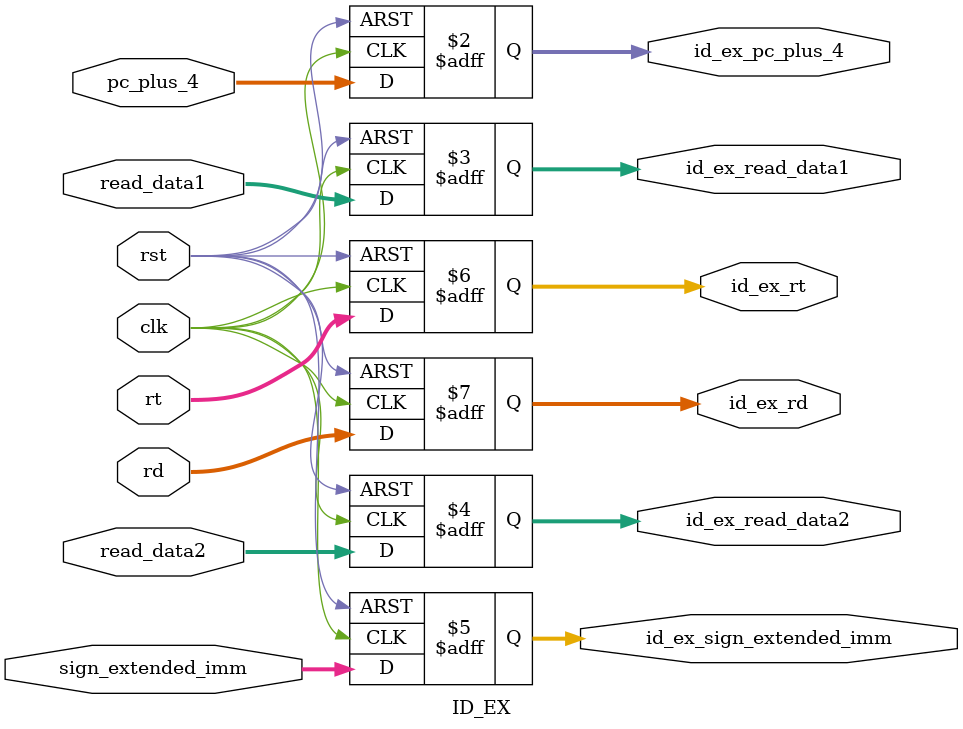
<source format=v>
`timescale 1ns / 1ps


module ID_EX(
    input clk, 
    input rst, 
    input [31:0] pc_plus_4, 
    input [31:0] read_data1, 
    input [31:0] read_data2, 
    input [31:0] sign_extended_imm, 
    input [4:0] rt, 
    input [4:0] rd, 
    output reg [31:0] id_ex_pc_plus_4, 
    output reg [31:0] id_ex_read_data1, 
    output reg [31:0] id_ex_read_data2, 
    output reg [31:0] id_ex_sign_extended_imm, 
    output reg [4:0] id_ex_rt, 
    output reg [4:0] id_ex_rd
);
    always @(posedge clk or posedge rst) begin
        if (rst) begin
            id_ex_pc_plus_4 <= 0;
            id_ex_read_data1 <= 0;
            id_ex_read_data2 <= 0;
            id_ex_sign_extended_imm <= 0;
            id_ex_rt <= 0;
            id_ex_rd <= 0;
        end else begin
            id_ex_pc_plus_4 <= pc_plus_4;
            id_ex_read_data1 <= read_data1;
            id_ex_read_data2 <= read_data2;
            id_ex_sign_extended_imm <= sign_extended_imm;
            id_ex_rt <= rt;
            id_ex_rd <= rd;
        end
    end
endmodule

</source>
